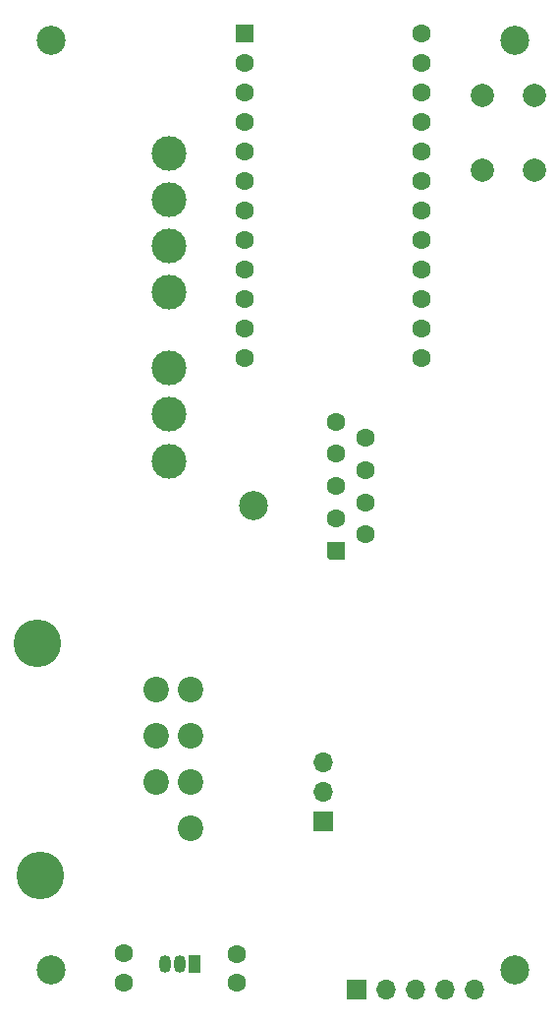
<source format=gbr>
%TF.GenerationSoftware,KiCad,Pcbnew,(7.0.0-0)*%
%TF.CreationDate,2023-05-15T11:59:49-04:00*%
%TF.ProjectId,4dapter,34646170-7465-4722-9e6b-696361645f70,rev?*%
%TF.SameCoordinates,Original*%
%TF.FileFunction,Soldermask,Bot*%
%TF.FilePolarity,Negative*%
%FSLAX46Y46*%
G04 Gerber Fmt 4.6, Leading zero omitted, Abs format (unit mm)*
G04 Created by KiCad (PCBNEW (7.0.0-0)) date 2023-05-15 11:59:49*
%MOMM*%
%LPD*%
G01*
G04 APERTURE LIST*
G04 Aperture macros list*
%AMOutline5P*
0 Free polygon, 5 corners , with rotation*
0 The origin of the aperture is its center*
0 number of corners: always 5*
0 $1 to $10 corner X, Y*
0 $11 Rotation angle, in degrees counterclockwise*
0 create outline with 5 corners*
4,1,5,$1,$2,$3,$4,$5,$6,$7,$8,$9,$10,$1,$2,$11*%
%AMOutline6P*
0 Free polygon, 6 corners , with rotation*
0 The origin of the aperture is its center*
0 number of corners: always 6*
0 $1 to $12 corner X, Y*
0 $13 Rotation angle, in degrees counterclockwise*
0 create outline with 6 corners*
4,1,6,$1,$2,$3,$4,$5,$6,$7,$8,$9,$10,$11,$12,$1,$2,$13*%
%AMOutline7P*
0 Free polygon, 7 corners , with rotation*
0 The origin of the aperture is its center*
0 number of corners: always 7*
0 $1 to $14 corner X, Y*
0 $15 Rotation angle, in degrees counterclockwise*
0 create outline with 7 corners*
4,1,7,$1,$2,$3,$4,$5,$6,$7,$8,$9,$10,$11,$12,$13,$14,$1,$2,$15*%
%AMOutline8P*
0 Free polygon, 8 corners , with rotation*
0 The origin of the aperture is its center*
0 number of corners: always 8*
0 $1 to $16 corner X, Y*
0 $17 Rotation angle, in degrees counterclockwise*
0 create outline with 8 corners*
4,1,8,$1,$2,$3,$4,$5,$6,$7,$8,$9,$10,$11,$12,$13,$14,$15,$16,$1,$2,$17*%
G04 Aperture macros list end*
%ADD10R,1.600000X1.600000*%
%ADD11C,1.600000*%
%ADD12C,4.100000*%
%ADD13C,2.200000*%
%ADD14C,2.000000*%
%ADD15C,2.500000*%
%ADD16R,1.700000X1.700000*%
%ADD17O,1.700000X1.700000*%
%ADD18C,3.000000*%
%ADD19R,1.050000X1.500000*%
%ADD20O,1.050000X1.500000*%
%ADD21Outline5P,-0.800000X0.480000X-0.480000X0.800000X0.800000X0.800000X0.800000X-0.800000X-0.800000X-0.800000X90.000000*%
G04 APERTURE END LIST*
D10*
%TO.C,U1*%
X121691399Y-54381399D03*
D11*
X121691400Y-56921400D03*
X121691400Y-59461400D03*
X121691400Y-62001400D03*
X121691400Y-64541400D03*
X121691400Y-67081400D03*
X121691400Y-69621400D03*
X121691400Y-72161400D03*
X121691400Y-74701400D03*
X121691400Y-77241400D03*
X121691400Y-79781400D03*
X121691400Y-82321400D03*
X136931400Y-82321400D03*
X136931400Y-79781400D03*
X136931400Y-77241400D03*
X136931400Y-74701400D03*
X136931400Y-72161400D03*
X136931400Y-69621400D03*
X136931400Y-67081400D03*
X136931400Y-64541400D03*
X136931400Y-62001400D03*
X136931400Y-59461400D03*
X136931400Y-56921400D03*
X136931400Y-54381400D03*
%TD*%
D12*
%TO.C,J1*%
X104043200Y-126845600D03*
X103793200Y-106845600D03*
D13*
X117043200Y-122845600D03*
X117043200Y-118845600D03*
X117043200Y-114845600D03*
X117043200Y-110845600D03*
X114043200Y-110845600D03*
X114043200Y-114845600D03*
X114043200Y-118845600D03*
%TD*%
D14*
%TO.C,RESET*%
X142159600Y-66192400D03*
X142159600Y-59692400D03*
X146659600Y-66192400D03*
X146659600Y-59692400D03*
%TD*%
D15*
%TO.C,REF\u002A\u002A*%
X145000000Y-55000000D03*
%TD*%
%TO.C,REF\u002A\u002A*%
X145000000Y-135000000D03*
%TD*%
D11*
%TO.C,C2*%
X111277400Y-133559400D03*
X111277400Y-136059400D03*
%TD*%
D16*
%TO.C,U3*%
X128469399Y-122173999D03*
D17*
X128469399Y-119633999D03*
X128469399Y-117093999D03*
%TD*%
D11*
%TO.C,C1*%
X120980200Y-136129400D03*
X120980200Y-133629400D03*
%TD*%
D18*
%TO.C,U4*%
X115156200Y-64694400D03*
X115156200Y-68694400D03*
X115156200Y-72694400D03*
X115156200Y-76694400D03*
X115156200Y-83194400D03*
X115156200Y-87194400D03*
X115156200Y-91194400D03*
%TD*%
D15*
%TO.C,REF\u002A\u002A*%
X104978200Y-55016400D03*
%TD*%
D19*
%TO.C,U2*%
X117317199Y-134519399D03*
D20*
X116047199Y-134519399D03*
X114777199Y-134519399D03*
%TD*%
D15*
%TO.C,*%
X122422231Y-95000000D03*
%TD*%
D21*
%TO.C,J3*%
X129547199Y-98892699D03*
D11*
X129547200Y-96122700D03*
X129547200Y-93352700D03*
X129547200Y-90582700D03*
X129547200Y-87812700D03*
X132087200Y-97507700D03*
X132087200Y-94737700D03*
X132087200Y-91967700D03*
X132087200Y-89197700D03*
%TD*%
D16*
%TO.C,J4*%
X131343399Y-136702799D03*
D17*
X133883399Y-136702799D03*
X136423399Y-136702799D03*
X138963399Y-136702799D03*
X141503399Y-136702799D03*
%TD*%
D15*
%TO.C,REF\u002A\u002A*%
X105000000Y-135000000D03*
%TD*%
M02*

</source>
